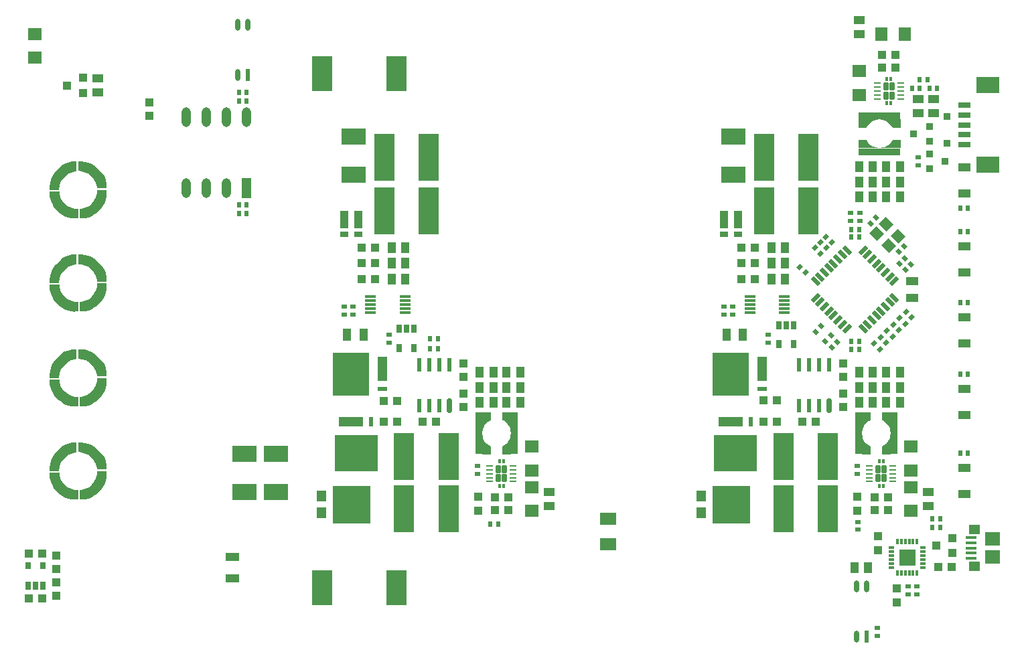
<source format=gbp>
G04 Layer_Color=128*
%FSLAX44Y44*%
%MOMM*%
G71*
G01*
G75*
G04:AMPARAMS|DCode=36|XSize=0.635mm|YSize=0.5mm|CornerRadius=0mm|HoleSize=0mm|Usage=FLASHONLY|Rotation=225.000|XOffset=0mm|YOffset=0mm|HoleType=Round|Shape=Rectangle|*
%AMROTATEDRECTD36*
4,1,4,0.0477,0.4013,0.4013,0.0477,-0.0477,-0.4013,-0.4013,-0.0477,0.0477,0.4013,0.0*
%
%ADD36ROTATEDRECTD36*%

G04:AMPARAMS|DCode=37|XSize=1.4mm|YSize=1.2mm|CornerRadius=0mm|HoleSize=0mm|Usage=FLASHONLY|Rotation=135.000|XOffset=0mm|YOffset=0mm|HoleType=Round|Shape=Rectangle|*
%AMROTATEDRECTD37*
4,1,4,0.9192,-0.0707,0.0707,-0.9192,-0.9192,0.0707,-0.0707,0.9192,0.9192,-0.0707,0.0*
%
%ADD37ROTATEDRECTD37*%

%ADD38R,1.4000X1.1000*%
%ADD39R,0.6350X0.5000*%
%ADD40R,1.1000X1.4000*%
%ADD41R,1.0000X1.1000*%
%ADD42R,0.5000X0.6350*%
%ADD43R,1.1000X1.0000*%
G04:AMPARAMS|DCode=44|XSize=0.635mm|YSize=0.5mm|CornerRadius=0mm|HoleSize=0mm|Usage=FLASHONLY|Rotation=135.000|XOffset=0mm|YOffset=0mm|HoleType=Round|Shape=Rectangle|*
%AMROTATEDRECTD44*
4,1,4,0.4013,-0.0477,0.0477,-0.4013,-0.4013,0.0477,-0.0477,0.4013,0.4013,-0.0477,0.0*
%
%ADD44ROTATEDRECTD44*%

%ADD45R,1.1000X1.5000*%
%ADD46R,1.0100X2.2870*%
%ADD47R,1.0100X0.7620*%
%ADD48R,1.8000X1.1000*%
%ADD49R,0.9500X0.9000*%
%ADD50R,0.9500X0.9000*%
%ADD51R,3.1500X1.2700*%
%ADD52R,0.6100X1.2700*%
%ADD53R,5.5000X4.6000*%
%ADD54R,1.2700X3.1500*%
%ADD55R,1.2700X0.6100*%
%ADD56R,4.6000X5.5000*%
%ADD57R,5.3000X0.9500*%
%ADD58R,0.9500X5.3000*%
%ADD59R,2.6000X4.5000*%
%ADD60R,1.5000X1.1000*%
%ADD61R,1.6000X0.8000*%
%ADD62R,3.0000X2.1000*%
%ADD63R,1.9000X1.7500*%
%ADD64R,1.4000X0.4000*%
%ADD65R,1.4500X1.1500*%
G04:AMPARAMS|DCode=68|XSize=0.23mm|YSize=0.8mm|CornerRadius=0.046mm|HoleSize=0mm|Usage=FLASHONLY|Rotation=90.000|XOffset=0mm|YOffset=0mm|HoleType=Round|Shape=RoundedRectangle|*
%AMROUNDEDRECTD68*
21,1,0.2300,0.7080,0,0,90.0*
21,1,0.1380,0.8000,0,0,90.0*
1,1,0.0920,0.3540,0.0690*
1,1,0.0920,0.3540,-0.0690*
1,1,0.0920,-0.3540,-0.0690*
1,1,0.0920,-0.3540,0.0690*
%
%ADD68ROUNDEDRECTD68*%
%ADD69R,1.4000X0.3000*%
%ADD70R,0.7000X1.0000*%
%ADD72R,0.7500X0.3000*%
%ADD73R,0.3000X0.7500*%
%ADD74R,1.2000X2.5000*%
%ADD75O,1.2000X2.5000*%
%ADD76R,0.6000X1.8000*%
G04:AMPARAMS|DCode=77|XSize=0.6mm|YSize=1.8mm|CornerRadius=0.15mm|HoleSize=0mm|Usage=FLASHONLY|Rotation=0.000|XOffset=0mm|YOffset=0mm|HoleType=Round|Shape=RoundedRectangle|*
%AMROUNDEDRECTD77*
21,1,0.6000,1.5000,0,0,0.0*
21,1,0.3000,1.8000,0,0,0.0*
1,1,0.3000,0.1500,-0.7500*
1,1,0.3000,-0.1500,-0.7500*
1,1,0.3000,-0.1500,0.7500*
1,1,0.3000,0.1500,0.7500*
%
%ADD77ROUNDEDRECTD77*%
G04:AMPARAMS|DCode=78|XSize=0.5mm|YSize=1.2mm|CornerRadius=0mm|HoleSize=0mm|Usage=FLASHONLY|Rotation=225.000|XOffset=0mm|YOffset=0mm|HoleType=Round|Shape=Rectangle|*
%AMROTATEDRECTD78*
4,1,4,-0.2475,0.6010,0.6010,-0.2475,0.2475,-0.6010,-0.6010,0.2475,-0.2475,0.6010,0.0*
%
%ADD78ROTATEDRECTD78*%

G04:AMPARAMS|DCode=79|XSize=0.5mm|YSize=1.2mm|CornerRadius=0mm|HoleSize=0mm|Usage=FLASHONLY|Rotation=315.000|XOffset=0mm|YOffset=0mm|HoleType=Round|Shape=Rectangle|*
%AMROTATEDRECTD79*
4,1,4,-0.6010,-0.2475,0.2475,0.6010,0.6010,0.2475,-0.2475,-0.6010,-0.6010,-0.2475,0.0*
%
%ADD79ROTATEDRECTD79*%

%ADD80R,3.1500X2.0000*%
%ADD81R,2.0300X1.6500*%
%ADD82R,1.6000X1.1000*%
%ADD83R,1.2700X1.4000*%
%ADD84R,4.7200X4.8000*%
%ADD85R,0.8500X0.8500*%
%ADD86R,1.0000X1.0000*%
%ADD87R,0.6100X1.5200*%
%ADD88O,0.6100X1.5200*%
%ADD89R,2.5000X6.0000*%
%ADD90R,1.8000X1.6000*%
%ADD91R,1.6000X1.8000*%
%ADD92R,0.6900X0.9000*%
%ADD93R,0.6900X0.9900*%
G04:AMPARAMS|DCode=165|XSize=1.05mm|YSize=0.68mm|CornerRadius=0.136mm|HoleSize=0mm|Usage=FLASHONLY|Rotation=270.000|XOffset=0mm|YOffset=0mm|HoleType=Round|Shape=RoundedRectangle|*
%AMROUNDEDRECTD165*
21,1,1.0500,0.4080,0,0,270.0*
21,1,0.7780,0.6800,0,0,270.0*
1,1,0.2720,-0.2040,-0.3890*
1,1,0.2720,-0.2040,0.3890*
1,1,0.2720,0.2040,0.3890*
1,1,0.2720,0.2040,-0.3890*
%
%ADD165ROUNDEDRECTD165*%
G04:AMPARAMS|DCode=166|XSize=0.5mm|YSize=0.26mm|CornerRadius=0.013mm|HoleSize=0mm|Usage=FLASHONLY|Rotation=270.000|XOffset=0mm|YOffset=0mm|HoleType=Round|Shape=RoundedRectangle|*
%AMROUNDEDRECTD166*
21,1,0.5000,0.2340,0,0,270.0*
21,1,0.4740,0.2600,0,0,270.0*
1,1,0.0260,-0.1170,-0.2370*
1,1,0.0260,-0.1170,0.2370*
1,1,0.0260,0.1170,0.2370*
1,1,0.0260,0.1170,-0.2370*
%
%ADD166ROUNDEDRECTD166*%
%ADD167R,2.0000X2.0000*%
G36*
X116000Y-60000D02*
Y-63479D01*
X116027Y-64761D01*
X115740Y-68599D01*
X114683Y-73003D01*
X112949Y-77188D01*
X109462Y-82475D01*
X108000Y-84000D01*
X108000Y-84000D01*
X102000Y-90000D01*
X100896Y-90905D01*
X97270Y-93189D01*
X93421Y-94784D01*
X87523Y-95977D01*
X85515Y-96000D01*
X85515Y-96000D01*
X82000Y-96000D01*
Y-83917D01*
X83853Y-83762D01*
X89229Y-82280D01*
X93398Y-80052D01*
X97052Y-77053D01*
X100052Y-73398D01*
X102280Y-69229D01*
X103652Y-64705D01*
X104000Y-61179D01*
X104000Y-60000D01*
X104000D01*
X116000Y-60000D01*
D02*
G37*
G36*
X56083Y-62000D02*
X56238Y-63853D01*
X57720Y-69229D01*
X59948Y-73398D01*
X62947Y-77052D01*
X66602Y-80052D01*
X70771Y-82280D01*
X75295Y-83652D01*
X78821Y-84000D01*
X80000Y-84000D01*
Y-84000D01*
X80000Y-96000D01*
X76521D01*
X75239Y-96027D01*
X71401Y-95740D01*
X66997Y-94683D01*
X62812Y-92949D01*
X57525Y-89462D01*
X56000Y-88000D01*
X56000Y-88000D01*
X50000Y-82000D01*
X49095Y-80896D01*
X46811Y-77270D01*
X45216Y-73421D01*
X44023Y-67523D01*
X44000Y-65515D01*
X44000Y-65515D01*
X44000Y-62000D01*
X56083Y-62000D01*
D02*
G37*
G36*
X88599Y-24260D02*
X93003Y-25317D01*
X97188Y-27051D01*
X102475Y-30538D01*
X104000Y-32000D01*
X104000Y-32000D01*
X110000Y-38000D01*
X110905Y-39104D01*
X113189Y-42730D01*
X114784Y-46579D01*
X115977Y-52477D01*
X116000Y-54485D01*
X116000Y-54485D01*
X116000Y-58000D01*
X103917Y-58000D01*
X103762Y-56147D01*
X102280Y-50771D01*
X100052Y-46602D01*
X97053Y-42948D01*
X93398Y-39948D01*
X89229Y-37720D01*
X84705Y-36348D01*
X81179Y-36000D01*
X80000Y-36000D01*
Y-36000D01*
X80000Y-24000D01*
X83479D01*
X84761Y-23973D01*
X88599Y-24260D01*
D02*
G37*
G36*
X78000Y-36084D02*
X76147Y-36239D01*
X70771Y-37720D01*
X66602Y-39948D01*
X62948Y-42947D01*
X59948Y-46602D01*
X57720Y-50771D01*
X56347Y-55295D01*
X56000Y-58821D01*
X56000Y-60000D01*
X56000D01*
X44000Y-60000D01*
Y-56521D01*
X43973Y-55239D01*
X44260Y-51401D01*
X45317Y-46997D01*
X47051Y-42812D01*
X50538Y-37525D01*
X52000Y-36000D01*
X52000Y-36000D01*
X58000Y-30000D01*
X59104Y-29095D01*
X62730Y-26811D01*
X66579Y-25216D01*
X72477Y-24023D01*
X74485Y-24000D01*
X74485Y-24000D01*
X78000Y-24000D01*
X78000Y-36084D01*
D02*
G37*
G36*
X116000Y-177800D02*
Y-181279D01*
X116027Y-182561D01*
X115740Y-186399D01*
X114683Y-190803D01*
X112949Y-194988D01*
X109462Y-200275D01*
X108000Y-201800D01*
X108000Y-201800D01*
X102000Y-207800D01*
X100896Y-208705D01*
X97270Y-210989D01*
X93421Y-212584D01*
X87523Y-213777D01*
X85515Y-213800D01*
X85515Y-213800D01*
X82000Y-213800D01*
Y-201716D01*
X83853Y-201562D01*
X89229Y-200080D01*
X93398Y-197852D01*
X97052Y-194853D01*
X100052Y-191198D01*
X102280Y-187029D01*
X103652Y-182505D01*
X104000Y-178979D01*
X104000Y-177800D01*
X104000D01*
X116000Y-177800D01*
D02*
G37*
G36*
X56083Y-179800D02*
X56238Y-181653D01*
X57720Y-187029D01*
X59948Y-191198D01*
X62947Y-194853D01*
X66602Y-197852D01*
X70771Y-200080D01*
X75295Y-201453D01*
X78821Y-201800D01*
X80000Y-201800D01*
Y-201800D01*
X80000Y-213800D01*
X76521D01*
X75239Y-213827D01*
X71401Y-213540D01*
X66997Y-212483D01*
X62812Y-210749D01*
X57525Y-207262D01*
X56000Y-205800D01*
X56000Y-205800D01*
X50000Y-199800D01*
X49095Y-198696D01*
X46811Y-195070D01*
X45216Y-191221D01*
X44023Y-185323D01*
X44000Y-183315D01*
X44000Y-183315D01*
X44000Y-179800D01*
X56083Y-179800D01*
D02*
G37*
G36*
X88599Y-142060D02*
X93003Y-143117D01*
X97188Y-144851D01*
X102475Y-148337D01*
X104000Y-149800D01*
X104000Y-149800D01*
X110000Y-155800D01*
X110905Y-156904D01*
X113189Y-160530D01*
X114784Y-164379D01*
X115977Y-170277D01*
X116000Y-172285D01*
X116000Y-172285D01*
X116000Y-175800D01*
X103917Y-175800D01*
X103762Y-173947D01*
X102280Y-168571D01*
X100052Y-164402D01*
X97053Y-160748D01*
X93398Y-157748D01*
X89229Y-155520D01*
X84705Y-154148D01*
X81179Y-153800D01*
X80000Y-153800D01*
Y-153800D01*
X80000Y-141800D01*
X83479D01*
X84761Y-141773D01*
X88599Y-142060D01*
D02*
G37*
G36*
X78000Y-153883D02*
X76147Y-154038D01*
X70771Y-155520D01*
X66602Y-157748D01*
X62948Y-160747D01*
X59948Y-164402D01*
X57720Y-168571D01*
X56347Y-173095D01*
X56000Y-176621D01*
X56000Y-177800D01*
X56000D01*
X44000Y-177800D01*
Y-174321D01*
X43973Y-173039D01*
X44260Y-169201D01*
X45317Y-164797D01*
X47051Y-160613D01*
X50538Y-155325D01*
X52000Y-153800D01*
X52000Y-153800D01*
X58000Y-147800D01*
X59104Y-146895D01*
X62730Y-144611D01*
X66579Y-143016D01*
X72477Y-141823D01*
X74485Y-141800D01*
X74485Y-141800D01*
X78000Y-141800D01*
X78000Y-153883D01*
D02*
G37*
G36*
X116000Y177800D02*
Y174321D01*
X116027Y173039D01*
X115740Y169201D01*
X114683Y164797D01*
X112949Y160613D01*
X109462Y155325D01*
X108000Y153800D01*
X108000Y153800D01*
X102000Y147800D01*
X100896Y146895D01*
X97270Y144611D01*
X93421Y143016D01*
X87523Y141823D01*
X85515Y141800D01*
X85515Y141800D01*
X82000Y141800D01*
Y153883D01*
X83853Y154038D01*
X89229Y155520D01*
X93398Y157748D01*
X97052Y160747D01*
X100052Y164402D01*
X102280Y168571D01*
X103652Y173095D01*
X104000Y176621D01*
X104000Y177800D01*
X104000D01*
X116000Y177800D01*
D02*
G37*
G36*
X56083Y175800D02*
X56238Y173947D01*
X57720Y168571D01*
X59948Y164402D01*
X62947Y160748D01*
X66602Y157748D01*
X70771Y155520D01*
X75295Y154148D01*
X78821Y153800D01*
X80000Y153800D01*
Y153800D01*
X80000Y141800D01*
X76521D01*
X75239Y141773D01*
X71401Y142060D01*
X66997Y143117D01*
X62812Y144851D01*
X57525Y148337D01*
X56000Y149800D01*
X56000Y149800D01*
X50000Y155800D01*
X49095Y156904D01*
X46811Y160530D01*
X45216Y164379D01*
X44023Y170277D01*
X44000Y172285D01*
X44000Y172285D01*
X44000Y175800D01*
X56083Y175800D01*
D02*
G37*
G36*
X88599Y213540D02*
X93003Y212483D01*
X97188Y210749D01*
X102475Y207262D01*
X104000Y205800D01*
X104000Y205800D01*
X110000Y199800D01*
X110905Y198696D01*
X113189Y195070D01*
X114784Y191221D01*
X115977Y185323D01*
X116000Y183315D01*
X116000Y183315D01*
X116000Y179800D01*
X103917Y179800D01*
X103762Y181653D01*
X102280Y187029D01*
X100052Y191198D01*
X97053Y194853D01*
X93398Y197852D01*
X89229Y200080D01*
X84705Y201453D01*
X81179Y201800D01*
X80000Y201800D01*
Y201800D01*
X80000Y213800D01*
X83479D01*
X84761Y213827D01*
X88599Y213540D01*
D02*
G37*
G36*
X78000Y201716D02*
X76147Y201562D01*
X70771Y200080D01*
X66602Y197852D01*
X62948Y194853D01*
X59948Y191198D01*
X57720Y187029D01*
X56347Y182505D01*
X56000Y178979D01*
X56000Y177800D01*
X56000D01*
X44000Y177800D01*
Y181279D01*
X43973Y182561D01*
X44260Y186399D01*
X45317Y190803D01*
X47051Y194988D01*
X50538Y200275D01*
X52000Y201800D01*
X52000Y201800D01*
X58000Y207800D01*
X59104Y208705D01*
X62730Y210989D01*
X66579Y212584D01*
X72477Y213777D01*
X74485Y213800D01*
X74485Y213800D01*
X78000Y213800D01*
X78000Y201716D01*
D02*
G37*
G36*
X116000Y60000D02*
Y56521D01*
X116027Y55239D01*
X115740Y51401D01*
X114683Y46997D01*
X112949Y42812D01*
X109462Y37525D01*
X108000Y36000D01*
X108000Y36000D01*
X102000Y30000D01*
X100896Y29095D01*
X97270Y26811D01*
X93421Y25216D01*
X87523Y24023D01*
X85515Y24000D01*
X85515Y24000D01*
X82000Y24000D01*
Y36084D01*
X83853Y36239D01*
X89229Y37720D01*
X93398Y39948D01*
X97052Y42947D01*
X100052Y46602D01*
X102280Y50771D01*
X103652Y55295D01*
X104000Y58821D01*
X104000Y60000D01*
X104000D01*
X116000Y60000D01*
D02*
G37*
G36*
X56083Y58000D02*
X56238Y56147D01*
X57720Y50771D01*
X59948Y46602D01*
X62947Y42948D01*
X66602Y39948D01*
X70771Y37720D01*
X75295Y36348D01*
X78821Y36000D01*
X80000Y36000D01*
Y36000D01*
X80000Y24000D01*
X76521D01*
X75239Y23973D01*
X71401Y24260D01*
X66997Y25317D01*
X62812Y27051D01*
X57525Y30538D01*
X56000Y32000D01*
X56000Y32000D01*
X50000Y38000D01*
X49095Y39104D01*
X46811Y42730D01*
X45216Y46579D01*
X44023Y52477D01*
X44000Y54485D01*
X44000Y54485D01*
X44000Y58000D01*
X56083Y58000D01*
D02*
G37*
G36*
X88599Y95740D02*
X93003Y94683D01*
X97188Y92949D01*
X102475Y89462D01*
X104000Y88000D01*
X104000Y88000D01*
X110000Y82000D01*
X110905Y80896D01*
X113189Y77270D01*
X114784Y73421D01*
X115977Y67523D01*
X116000Y65515D01*
X116000Y65515D01*
X116000Y62000D01*
X103917Y62000D01*
X103762Y63853D01*
X102280Y69229D01*
X100052Y73398D01*
X97053Y77052D01*
X93398Y80052D01*
X89229Y82280D01*
X84705Y83652D01*
X81179Y84000D01*
X80000Y84000D01*
Y84000D01*
X80000Y96000D01*
X83479D01*
X84761Y96027D01*
X88599Y95740D01*
D02*
G37*
G36*
X78000Y83917D02*
X76147Y83762D01*
X70771Y82280D01*
X66602Y80052D01*
X62948Y77053D01*
X59948Y73398D01*
X57720Y69229D01*
X56347Y64705D01*
X56000Y61179D01*
X56000Y60000D01*
X56000D01*
X44000Y60000D01*
Y63479D01*
X43973Y64761D01*
X44260Y68599D01*
X45317Y73003D01*
X47051Y77188D01*
X50538Y82475D01*
X52000Y84000D01*
X52000Y84000D01*
X58000Y90000D01*
X59104Y90905D01*
X62730Y93189D01*
X66579Y94784D01*
X72477Y95977D01*
X74485Y96000D01*
X74485Y96000D01*
X78000Y96000D01*
X78000Y83917D01*
D02*
G37*
G36*
X1107000Y-156500D02*
X1096500D01*
Y-146500D01*
X1099000Y-145000D01*
X1101000Y-143500D01*
X1102500Y-142000D01*
X1104000Y-140000D01*
X1105500Y-137000D01*
X1106000Y-136000D01*
X1106500Y-134000D01*
X1107000Y-130000D01*
Y-156500D01*
D02*
G37*
G36*
X601500Y-113500D02*
X599500Y-114500D01*
X598000Y-115500D01*
X594500Y-119000D01*
X593000Y-121500D01*
X592500Y-122500D01*
X591500Y-125500D01*
X591000Y-130000D01*
Y-103500D01*
X601500D01*
Y-113500D01*
D02*
G37*
G36*
X627000Y-130000D02*
X626500Y-125500D01*
X626000Y-123500D01*
X624500Y-120500D01*
X623000Y-118500D01*
X620000Y-115500D01*
X617500Y-114000D01*
X616500Y-113500D01*
Y-103500D01*
X627000D01*
Y-130000D01*
D02*
G37*
G36*
X591500Y-134500D02*
X592000Y-136500D01*
X593500Y-139500D01*
X594500Y-141000D01*
X597000Y-143500D01*
X599000Y-145000D01*
X601500Y-146500D01*
Y-156500D01*
X591000D01*
Y-130000D01*
X591500Y-134500D01*
D02*
G37*
G36*
X627000Y-156500D02*
X616500D01*
Y-146500D01*
X619000Y-145000D01*
X621000Y-143500D01*
X622500Y-142000D01*
X624000Y-140000D01*
X625500Y-137000D01*
X626000Y-136000D01*
X626500Y-134000D01*
X627000Y-130000D01*
Y-156500D01*
D02*
G37*
G36*
X1071500Y-134500D02*
X1072000Y-136500D01*
X1073500Y-139500D01*
X1074500Y-141000D01*
X1077000Y-143500D01*
X1079000Y-145000D01*
X1081500Y-146500D01*
Y-156500D01*
X1071000D01*
Y-130000D01*
X1071500Y-134500D01*
D02*
G37*
G36*
X1119500Y231000D02*
X1093000D01*
X1097500Y231500D01*
X1099500Y232000D01*
X1102500Y233500D01*
X1104000Y234500D01*
X1106500Y237000D01*
X1108000Y239000D01*
X1109500Y241500D01*
X1119500D01*
Y231000D01*
D02*
G37*
G36*
X1088500Y266500D02*
X1086500Y266000D01*
X1083500Y264500D01*
X1081500Y263000D01*
X1078500Y260000D01*
X1077000Y257500D01*
X1076500Y256500D01*
X1066500D01*
Y267000D01*
X1093000D01*
X1088500Y266500D01*
D02*
G37*
G36*
X1119500Y256500D02*
X1109500D01*
X1108000Y259000D01*
X1106500Y261000D01*
X1105000Y262500D01*
X1103000Y264000D01*
X1100000Y265500D01*
X1099000Y266000D01*
X1097000Y266500D01*
X1093000Y267000D01*
X1119500D01*
Y256500D01*
D02*
G37*
G36*
X1081500Y-113500D02*
X1079500Y-114500D01*
X1078000Y-115500D01*
X1074500Y-119000D01*
X1073000Y-121500D01*
X1072500Y-122500D01*
X1071500Y-125500D01*
X1071000Y-130000D01*
Y-103500D01*
X1081500D01*
Y-113500D01*
D02*
G37*
G36*
X1107000Y-130000D02*
X1106500Y-125500D01*
X1106000Y-123500D01*
X1104500Y-120500D01*
X1103000Y-118500D01*
X1100000Y-115500D01*
X1097500Y-114000D01*
X1096500Y-113500D01*
Y-103500D01*
X1107000D01*
Y-130000D01*
D02*
G37*
G36*
X1077500Y239500D02*
X1078500Y238000D01*
X1082000Y234500D01*
X1084500Y233000D01*
X1085500Y232500D01*
X1088500Y231500D01*
X1093000Y231000D01*
X1066500D01*
Y241500D01*
X1076500D01*
X1077500Y239500D01*
D02*
G37*
D36*
X1025485Y118536D02*
D03*
X1032556Y111465D02*
D03*
X1025556Y104465D02*
D03*
X1018485Y111536D02*
D03*
X1018556Y97465D02*
D03*
X1011485Y104536D02*
D03*
X1133536Y16465D02*
D03*
X1126464Y23535D02*
D03*
X1094464Y-8464D02*
D03*
X1101535Y-15536D02*
D03*
X1102465Y-465D02*
D03*
X1109536Y-7535D02*
D03*
X999536Y73464D02*
D03*
X992465Y80536D02*
D03*
X1093536Y-23535D02*
D03*
X1086464Y-16465D02*
D03*
X1117535Y465D02*
D03*
X1110464Y7535D02*
D03*
X1118465Y15536D02*
D03*
X1125536Y8464D02*
D03*
D37*
X1089232Y122768D02*
D03*
X1101252Y134789D02*
D03*
X1104788Y107211D02*
D03*
X1116809Y119232D02*
D03*
D38*
X105000Y301250D02*
D03*
Y318750D02*
D03*
X1067000Y375250D02*
D03*
Y392750D02*
D03*
X1142000Y292750D02*
D03*
Y275250D02*
D03*
X1161000D02*
D03*
Y292750D02*
D03*
X675000Y-204250D02*
D03*
Y-221750D02*
D03*
X1155000Y-204250D02*
D03*
Y-221750D02*
D03*
D39*
X1090000Y-386000D02*
D03*
Y-376000D02*
D03*
X585000Y-181000D02*
D03*
Y-171000D02*
D03*
X1065000Y-181000D02*
D03*
Y-171000D02*
D03*
X1129000Y-324000D02*
D03*
Y-334000D02*
D03*
X1142000Y219000D02*
D03*
Y209000D02*
D03*
X1066000Y-252000D02*
D03*
Y-242000D02*
D03*
X1068020Y139000D02*
D03*
Y149000D02*
D03*
X473000Y-5000D02*
D03*
Y-15000D02*
D03*
X952000Y-5000D02*
D03*
Y-15000D02*
D03*
X427000Y20000D02*
D03*
Y30000D02*
D03*
X416000Y20000D02*
D03*
Y30000D02*
D03*
X896000Y20000D02*
D03*
Y30000D02*
D03*
X907000Y20000D02*
D03*
Y30000D02*
D03*
X1140000Y-324000D02*
D03*
Y-334000D02*
D03*
X1056020Y139000D02*
D03*
Y149000D02*
D03*
D40*
X1078750Y-300000D02*
D03*
X1061250D02*
D03*
X604750Y-91000D02*
D03*
X587250D02*
D03*
X1084750Y188000D02*
D03*
X1067250D02*
D03*
X1084750Y207000D02*
D03*
X1067250D02*
D03*
X1084750Y169000D02*
D03*
X1067250D02*
D03*
X604750Y-72000D02*
D03*
X587250D02*
D03*
X604750Y-53000D02*
D03*
X587250D02*
D03*
X1084750Y-91000D02*
D03*
X1067250D02*
D03*
X1084750Y-72000D02*
D03*
X1067250D02*
D03*
X1084750Y-53000D02*
D03*
X1067250D02*
D03*
X621250D02*
D03*
X638750D02*
D03*
X621250Y-91000D02*
D03*
X638750D02*
D03*
X621250Y-72000D02*
D03*
X638750D02*
D03*
X1101250Y-53000D02*
D03*
X1118750D02*
D03*
X1101250Y-91000D02*
D03*
X1118750D02*
D03*
X1101250Y-72000D02*
D03*
X1118750D02*
D03*
X476250Y85000D02*
D03*
X493750D02*
D03*
X476250Y105000D02*
D03*
X493750D02*
D03*
X476250Y65000D02*
D03*
X493750D02*
D03*
X956250Y85000D02*
D03*
X973750D02*
D03*
X956250Y105000D02*
D03*
X973750D02*
D03*
X956250Y65000D02*
D03*
X973750D02*
D03*
X1101250Y169000D02*
D03*
X1118750D02*
D03*
X1101250Y188000D02*
D03*
X1118750D02*
D03*
X1101250Y207000D02*
D03*
X1118750D02*
D03*
D41*
X586000Y-227500D02*
D03*
Y-210500D02*
D03*
X1065000Y-227500D02*
D03*
Y-210500D02*
D03*
X170000Y288500D02*
D03*
Y271500D02*
D03*
X567000Y-41500D02*
D03*
Y-58500D02*
D03*
X1047000Y-96500D02*
D03*
Y-79500D02*
D03*
X1091000Y-277500D02*
D03*
Y-260500D02*
D03*
X1115000Y-326500D02*
D03*
Y-343500D02*
D03*
X567000Y-79500D02*
D03*
Y-96500D02*
D03*
X1047000Y-58500D02*
D03*
Y-41500D02*
D03*
X52000Y-318500D02*
D03*
Y-335500D02*
D03*
Y-301500D02*
D03*
Y-284500D02*
D03*
D42*
X1166000Y306000D02*
D03*
X1156000D02*
D03*
X1144000D02*
D03*
X1134000D02*
D03*
X1154000Y317000D02*
D03*
X1144000D02*
D03*
X535000Y-10000D02*
D03*
X525000D02*
D03*
X611000Y-245000D02*
D03*
X601000D02*
D03*
X1205000Y155000D02*
D03*
X1195000D02*
D03*
X1205000Y35000D02*
D03*
X1195000D02*
D03*
X1205000Y-55000D02*
D03*
X1195000D02*
D03*
X535000Y-23000D02*
D03*
X525000D02*
D03*
X1169960Y-238006D02*
D03*
X1159960D02*
D03*
X1170000Y-249000D02*
D03*
X1160000D02*
D03*
X1205000Y-155000D02*
D03*
X1195000D02*
D03*
X1205000Y125000D02*
D03*
X1195000D02*
D03*
X293000Y290000D02*
D03*
X283000D02*
D03*
X293000Y301000D02*
D03*
X283000D02*
D03*
X293000Y159000D02*
D03*
X283000D02*
D03*
X293000Y148000D02*
D03*
X283000D02*
D03*
X1067000Y128000D02*
D03*
X1057000D02*
D03*
Y-14000D02*
D03*
X1067000D02*
D03*
Y118000D02*
D03*
X1057000D02*
D03*
Y-24000D02*
D03*
X1067000D02*
D03*
D43*
X483500Y-89000D02*
D03*
X466500D02*
D03*
X483500Y-115000D02*
D03*
X466500D02*
D03*
X963500Y-88000D02*
D03*
X946500D02*
D03*
X963500Y-115000D02*
D03*
X946500D02*
D03*
X606500Y-211000D02*
D03*
X623500D02*
D03*
X1113500Y333000D02*
D03*
X1096500D02*
D03*
X1086500Y-211000D02*
D03*
X1103500D02*
D03*
X455500Y85000D02*
D03*
X438500D02*
D03*
X455500Y105000D02*
D03*
X438500D02*
D03*
X455500Y65000D02*
D03*
X438500D02*
D03*
X935500Y85000D02*
D03*
X918500D02*
D03*
X935500Y105000D02*
D03*
X918500D02*
D03*
X935500Y65000D02*
D03*
X918500D02*
D03*
X623500Y-227000D02*
D03*
X606500D02*
D03*
X1012500Y-115000D02*
D03*
X995500D02*
D03*
X1103500Y-227000D02*
D03*
X1086500D02*
D03*
X1096500Y349000D02*
D03*
X1113500D02*
D03*
X532500Y-115000D02*
D03*
X515500D02*
D03*
X1167500Y-299000D02*
D03*
X1184500D02*
D03*
X17500Y-339000D02*
D03*
X34500Y-339000D02*
D03*
X17481Y-282023D02*
D03*
X34481D02*
D03*
D44*
X1031535Y-6464D02*
D03*
X1024464Y-13535D02*
D03*
X1039536Y-14464D02*
D03*
X1032465Y-21535D02*
D03*
X1019536Y5536D02*
D03*
X1012465Y-1535D02*
D03*
X1088556Y142536D02*
D03*
X1081485Y135464D02*
D03*
X1117485Y99465D02*
D03*
X1124556Y106536D02*
D03*
X1125828Y76686D02*
D03*
X1132899Y83757D02*
D03*
X1118018Y84459D02*
D03*
X1125089Y91531D02*
D03*
D45*
X440500Y-5000D02*
D03*
X419500D02*
D03*
X920500D02*
D03*
X899500D02*
D03*
D46*
X913850Y140715D02*
D03*
X896150D02*
D03*
X433850Y140715D02*
D03*
X416150D02*
D03*
D47*
X913850Y121660D02*
D03*
X896150D02*
D03*
X433850Y121660D02*
D03*
X416150D02*
D03*
D48*
X275000Y-313500D02*
D03*
Y-286500D02*
D03*
D49*
X1156000Y204500D02*
D03*
X1176000Y214000D02*
D03*
X1156000Y258500D02*
D03*
X1136000Y249000D02*
D03*
D50*
X1156000Y223500D02*
D03*
Y239500D02*
D03*
D51*
X424850Y-115000D02*
D03*
X904650D02*
D03*
D52*
X450250D02*
D03*
X930050D02*
D03*
D53*
X431200Y-155000D02*
D03*
X911000D02*
D03*
D54*
X465000Y-48650D02*
D03*
X945000D02*
D03*
D55*
X465000Y-74050D02*
D03*
X945000D02*
D03*
D56*
X425000Y-55000D02*
D03*
X905000D02*
D03*
D57*
X1093000Y271750D02*
D03*
Y226250D02*
D03*
D58*
X631750Y-130000D02*
D03*
X586250D02*
D03*
X1111750D02*
D03*
X1066250D02*
D03*
D59*
X482000Y-325000D02*
D03*
X388000D02*
D03*
X388000Y325000D02*
D03*
X482000D02*
D03*
D60*
X1134000Y41500D02*
D03*
Y62500D02*
D03*
D61*
X1200500Y247500D02*
D03*
Y272500D02*
D03*
Y260000D02*
D03*
Y285000D02*
D03*
Y235000D02*
D03*
D62*
X1230000Y310500D02*
D03*
Y209500D02*
D03*
D63*
X1235500Y-286250D02*
D03*
Y-263750D02*
D03*
D64*
X1209000Y-275000D02*
D03*
Y-268500D02*
D03*
Y-262000D02*
D03*
Y-281500D02*
D03*
Y-288000D02*
D03*
D65*
X1213200Y-251500D02*
D03*
Y-298500D02*
D03*
D68*
X629750Y-181000D02*
D03*
Y-171000D02*
D03*
Y-176000D02*
D03*
Y-186000D02*
D03*
Y-191000D02*
D03*
X600250Y-171000D02*
D03*
Y-176000D02*
D03*
Y-186000D02*
D03*
Y-191000D02*
D03*
Y-181000D02*
D03*
X1109750D02*
D03*
Y-171000D02*
D03*
Y-176000D02*
D03*
Y-186000D02*
D03*
Y-191000D02*
D03*
X1080250Y-171000D02*
D03*
Y-176000D02*
D03*
Y-186000D02*
D03*
Y-191000D02*
D03*
Y-181000D02*
D03*
X1090250Y303000D02*
D03*
Y293000D02*
D03*
Y298000D02*
D03*
Y308000D02*
D03*
Y313000D02*
D03*
X1119750Y293000D02*
D03*
Y298000D02*
D03*
Y308000D02*
D03*
Y313000D02*
D03*
Y303000D02*
D03*
D69*
X493000Y33000D02*
D03*
Y38000D02*
D03*
Y43000D02*
D03*
Y28000D02*
D03*
Y23000D02*
D03*
X449000Y43000D02*
D03*
Y38000D02*
D03*
Y23000D02*
D03*
Y28000D02*
D03*
Y33000D02*
D03*
X973000D02*
D03*
Y38000D02*
D03*
Y43000D02*
D03*
Y28000D02*
D03*
Y23000D02*
D03*
X929000Y43000D02*
D03*
Y38000D02*
D03*
Y23000D02*
D03*
Y28000D02*
D03*
Y33000D02*
D03*
D70*
X485500Y-22000D02*
D03*
X504500D02*
D03*
Y2000D02*
D03*
X495000D02*
D03*
X485500D02*
D03*
X965500Y-17000D02*
D03*
X984500D02*
D03*
Y7000D02*
D03*
X975000D02*
D03*
X965500D02*
D03*
D72*
X1148000Y-284500D02*
D03*
Y-279500D02*
D03*
Y-274500D02*
D03*
Y-299500D02*
D03*
Y-294500D02*
D03*
Y-289500D02*
D03*
X1108000D02*
D03*
Y-294500D02*
D03*
Y-299500D02*
D03*
Y-274500D02*
D03*
Y-279500D02*
D03*
Y-284500D02*
D03*
D73*
X1125500Y-267000D02*
D03*
X1120500D02*
D03*
X1115500D02*
D03*
X1140500D02*
D03*
X1135500D02*
D03*
X1130500D02*
D03*
X1125500Y-307000D02*
D03*
X1120500D02*
D03*
X1115500D02*
D03*
X1140500D02*
D03*
X1135500D02*
D03*
X1130500D02*
D03*
D74*
X293100Y180000D02*
D03*
D75*
X267700D02*
D03*
X242300D02*
D03*
X216900D02*
D03*
X293100Y270000D02*
D03*
X267700D02*
D03*
X242300D02*
D03*
X216900D02*
D03*
D76*
X549050Y-43000D02*
D03*
X536350D02*
D03*
X523650D02*
D03*
X510950D02*
D03*
Y-95000D02*
D03*
X523650D02*
D03*
X536350D02*
D03*
X1029050Y-43000D02*
D03*
X1016350D02*
D03*
X1003650D02*
D03*
X990950D02*
D03*
Y-95000D02*
D03*
X1003650D02*
D03*
X1016350D02*
D03*
D77*
X549050Y-95000D02*
D03*
X1029050Y-95000D02*
D03*
D78*
X1034797Y84881D02*
D03*
X1040453Y90537D02*
D03*
X1046110Y96194D02*
D03*
X1051767Y101851D02*
D03*
X1012169Y62253D02*
D03*
X1017826Y67910D02*
D03*
X1023483Y73567D02*
D03*
X1029140Y79224D02*
D03*
X1094901Y24776D02*
D03*
X1100557Y30433D02*
D03*
X1106214Y36090D02*
D03*
X1111871Y41747D02*
D03*
X1072273Y2149D02*
D03*
X1077930Y7806D02*
D03*
X1083587Y13463D02*
D03*
X1089244Y19120D02*
D03*
D79*
Y84881D02*
D03*
X1083587Y90537D02*
D03*
X1077930Y96194D02*
D03*
X1072273Y101851D02*
D03*
X1111871Y62253D02*
D03*
X1106214Y67910D02*
D03*
X1100557Y73567D02*
D03*
X1094901Y79224D02*
D03*
X1034797Y19120D02*
D03*
X1040453Y13463D02*
D03*
X1046110Y7806D02*
D03*
X1051767Y2149D02*
D03*
X1012169Y41747D02*
D03*
X1017826Y36090D02*
D03*
X1023483Y30433D02*
D03*
X1029140Y24776D02*
D03*
D80*
X330000Y-156000D02*
D03*
Y-204000D02*
D03*
X290000Y-156000D02*
D03*
Y-204000D02*
D03*
X428000Y197000D02*
D03*
Y245000D02*
D03*
X908000Y197000D02*
D03*
Y245000D02*
D03*
D81*
X750000Y-238000D02*
D03*
Y-270000D02*
D03*
D82*
X1200000Y73500D02*
D03*
Y106500D02*
D03*
Y-106500D02*
D03*
Y-73500D02*
D03*
Y-16500D02*
D03*
Y16500D02*
D03*
Y-206500D02*
D03*
Y-173500D02*
D03*
Y206500D02*
D03*
Y173500D02*
D03*
D83*
X387350Y-209600D02*
D03*
Y-230400D02*
D03*
X867350Y-209600D02*
D03*
Y-230400D02*
D03*
D84*
X425400Y-220000D02*
D03*
X905400D02*
D03*
D85*
X1178000Y270750D02*
D03*
Y237250D02*
D03*
D86*
X1185500Y-262500D02*
D03*
Y-281500D02*
D03*
X1164500Y-272000D02*
D03*
X86500Y319500D02*
D03*
Y300500D02*
D03*
X65500Y310000D02*
D03*
D87*
X294350Y323250D02*
D03*
X1076350Y-386750D02*
D03*
D88*
X281650Y323250D02*
D03*
X294350Y386750D02*
D03*
X281650D02*
D03*
X1063650Y-386750D02*
D03*
X1076350Y-323250D02*
D03*
X1063650D02*
D03*
D89*
X1003000Y151000D02*
D03*
X947000D02*
D03*
X548000Y-225000D02*
D03*
X492000D02*
D03*
X548000Y-159000D02*
D03*
X492000D02*
D03*
X1028000Y-225000D02*
D03*
X972000D02*
D03*
X523000Y151000D02*
D03*
X467000D02*
D03*
X523000Y219000D02*
D03*
X467000D02*
D03*
X1028000Y-159000D02*
D03*
X972000D02*
D03*
X1003000Y219000D02*
D03*
X947000D02*
D03*
D90*
X653000Y-147000D02*
D03*
Y-177000D02*
D03*
Y-228000D02*
D03*
Y-198000D02*
D03*
X1133000Y-228000D02*
D03*
Y-198000D02*
D03*
Y-147000D02*
D03*
Y-177000D02*
D03*
X1067000Y328000D02*
D03*
Y298000D02*
D03*
X25000Y375000D02*
D03*
Y345000D02*
D03*
D91*
X1125000Y375000D02*
D03*
X1095000D02*
D03*
D92*
X16500Y-297050D02*
D03*
X35500D02*
D03*
D93*
X16500Y-322950D02*
D03*
X26000Y-322950D02*
D03*
X35500Y-322950D02*
D03*
D165*
X611000Y-175250D02*
D03*
Y-186750D02*
D03*
X619000D02*
D03*
Y-175250D02*
D03*
X1091000D02*
D03*
Y-186750D02*
D03*
X1099000D02*
D03*
Y-175250D02*
D03*
X1109000Y297250D02*
D03*
Y308750D02*
D03*
X1101000D02*
D03*
Y297250D02*
D03*
D166*
X612500Y-165500D02*
D03*
X617500D02*
D03*
Y-196500D02*
D03*
X612500D02*
D03*
X1092500Y-165500D02*
D03*
X1097500D02*
D03*
Y-196500D02*
D03*
X1092500D02*
D03*
X1107500Y287500D02*
D03*
X1102500D02*
D03*
Y318500D02*
D03*
X1107500D02*
D03*
D167*
X1128000Y-287000D02*
D03*
M02*

</source>
